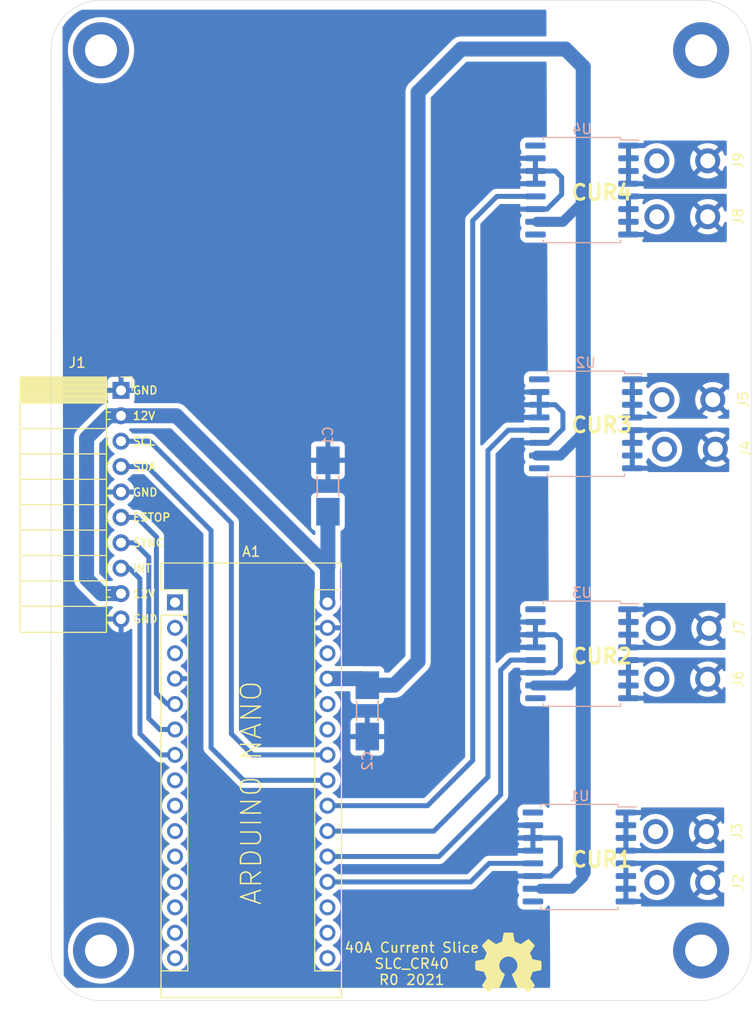
<source format=kicad_pcb>
(kicad_pcb (version 20211014) (generator pcbnew)
  (layers (0 "F.Cu" signal) (31 "B.Cu" signal) (34 "B.Paste" user) (35 "F.Paste" user) (36 "B.SilkS" user "B.Silkscreen") (37 "F.SilkS" user "F.Silkscreen") (38 "B.Mask" user) (39 "F.Mask" user) (44 "Edge.Cuts" user))
  (net 0 "")
  (net 1 "Net-(A1-Pad16)")
  (net 2 "Net-(A1-Pad15)")
  (net 3 "Net-(A1-Pad14)")
  (net 4 "GND")
  (net 5 "Net-(A1-Pad13)")
  (net 6 "Net-(A1-Pad28)")
  (net 7 "Net-(A1-Pad12)")
  (net 8 "+5V")
  (net 9 "Net-(A1-Pad11)")
  (net 10 "Net-(A1-Pad26)")
  (net 11 "Net-(A1-Pad10)")
  (net 12 "Net-(A1-Pad25)")
  (net 13 "Net-(A1-Pad9)")
  (net 14 "/I2C_CLK")
  (net 15 "Net-(A1-Pad8)")
  (net 16 "/I2C_DAT")
  (net 17 "/SYNC")
  (net 18 "/E_STOP")
  (net 19 "Net-(A1-Pad3)")
  (net 20 "Net-(A1-Pad18)")
  (net 21 "Net-(A1-Pad2)")
  (net 22 "Net-(A1-Pad17)")
  (net 23 "Net-(A1-Pad1)")
  (net 24 "+12V")
  (net 25 "/INT")
  (net 26 "/CURR1")
  (net 27 "/CURR2")
  (net 28 "/CURR3")
  (net 29 "/CURR4")
  (net 30 "Net-(J2-Pad1)")
  (net 31 "Net-(J3-Pad1)")
  (net 32 "Net-(J4-Pad1)")
  (net 33 "Net-(J5-Pad1)")
  (net 34 "Net-(U1-Pad16)")
  (net 35 "Net-(U1-Pad9)")
  (net 36 "Net-(U2-Pad16)")
  (net 37 "Net-(U2-Pad9)")
  (net 38 "Net-(U3-Pad16)")
  (net 39 "Net-(U3-Pad9)")
  (net 40 "Net-(U4-Pad16)")
  (net 41 "Net-(U4-Pad9)")
  (net 42 "Net-(J6-Pad1)")
  (net 43 "Net-(J7-Pad1)")
  (net 44 "Net-(J8-Pad1)")
  (net 45 "Net-(J9-Pad1)")
  (footprint "MountingHole:MountingHole_3.2mm_M3_DIN965_Pad" (layer "F.Cu") (at 127.6 44.8)
    (fp_text reference "H1" hide)
    (fp_text value "MountingHole")
    (pad "1" thru_hole circle locked (at 0 0) (size 5.6 5.6) (drill 3.2) (layers *.Cu *.Mask))
  )
  (footprint "MountingHole:MountingHole_3.2mm_M3_DIN965_Pad" (layer "F.Cu") (at 187.6 44.8)
    (fp_text reference "H2" hide)
    (fp_text value "MountingHole")
    (pad "1" thru_hole circle locked (at 0 0) (size 5.6 5.6) (drill 3.2) (layers *.Cu *.Mask))
  )
  (footprint "MountingHole:MountingHole_3.2mm_M3_DIN965_Pad" (layer "F.Cu") (at 127.6 134.8)
    (fp_text reference "H3" hide)
    (fp_text value "MountingHole")
    (pad "1" thru_hole circle locked (at 0 0) (size 5.6 5.6) (drill 3.2) (layers *.Cu *.Mask))
  )
  (footprint "MountingHole:MountingHole_3.2mm_M3_DIN965_Pad" (layer "F.Cu") (at 187.6 134.8)
    (fp_text reference "H4" hide)
    (fp_text value "MountingHole")
    (pad "1" thru_hole circle locked (at 0 0) (size 5.6 5.6) (drill 3.2) (layers *.Cu *.Mask))
  )
  (footprint "Module:Arduino_Nano" (layer "F.Cu") (at 135 100)
    (fp_text reference "A1" (at 7.62 -5.08) (layer "F.SilkS"))
    (fp_text value "Arduino_Nano_v3.x")
    (fp_line (start -1.4 1.27) (end -1.4 39.5) (layer "F.SilkS") (width 0.12))
    (fp_line (start 1.27 1.27) (end -1.4 1.27) (layer "F.SilkS") (width 0.12))
    (fp_line (start 13.97 -1.27) (end 16.64 -1.27) (layer "F.SilkS") (width 0.12))
    (fp_line (start 1.27 36.83) (end -1.4 36.83) (layer "F.SilkS") (width 0.12))
    (fp_line (start 1.27 1.27) (end 1.27 36.83) (layer "F.SilkS") (width 0.12))
    (fp_line (start -1.4 39.5) (end 16.64 39.5) (layer "F.SilkS") (width 0.12))
    (fp_line (start 16.64 39.5) (end 16.64 -3.94) (layer "F.SilkS") (width 0.12))
    (fp_line (start -1.4 -3.94) (end -1.4 -1.27) (layer "F.SilkS") (width 0.12))
    (fp_line (start 1.27 -1.27) (end -1.4 -1.27) (layer "F.SilkS") (width 0.12))
    (fp_line (start 16.64 -3.94) (end -1.4 -3.94) (layer "F.SilkS") (width 0.12))
    (fp_line (start 1.27 1.27) (end 1.27 -1.27) (layer "F.SilkS") (width 0.12))
    (fp_line (start 13.97 -1.27) (end 13.97 36.83) (layer "F.SilkS") (width 0.12))
    (fp_line (start 13.97 36.83) (end 16.64 36.83) (layer "F.SilkS") (width 0.12))
    (pad "1" thru_hole rect locked (at 0 0) (size 1.6 1.6) (drill 1) (layers *.Cu *.Mask) (net 23 "Net-(A1-Pad1)"))
    (pad "2" thru_hole oval locked (at 0 2.54) (size 1.6 1.6) (drill 1) (layers *.Cu *.Mask) (net 21 "Net-(A1-Pad2)"))
    (pad "3" thru_hole oval locked (at 0 5.08) (size 1.6 1.6) (drill 1) (layers *.Cu *.Mask) (net 19 "Net-(A1-Pad3)"))
    (pad "4" thru_hole oval locked (at 0 7.62) (size 1.6 1.6) (drill 1) (layers *.Cu *.Mask) (net 4 "GND"))
    (pad "5" thru_hole oval locked (at 0 10.16) (size 1.6 1.6) (drill 1) (layers *.Cu *.Mask) (net 18 "/E_STOP"))
    (pad "6" thru_hole oval locked (at 0 12.7) (size 1.6 1.6) (drill 1) (layers *.Cu *.Mask) (net 25 "/INT"))
    (pad "7" thru_hole oval locked (at 0 15.24) (size 1.6 1.6) (drill 1) (layers *.Cu *.Mask) (net 17 "/SYNC"))
    (pad "8" thru_hole oval locked (at 0 17.78) (size 1.6 1.6) (drill 1) (layers *.Cu *.Mask) (net 15 "Net-(A1-Pad8)"))
    (pad "9" thru_hole oval locked (at 0 20.32) (size 1.6 1.6) (drill 1) (layers *.Cu *.Mask) (net 13 "Net-(A1-Pad9)"))
    (pad "10" thru_hole oval locked (at 0 22.86) (size 1.6 1.6) (drill 1) (layers *.Cu *.Mask) (net 11 "Net-(A1-Pad10)"))
    (pad "11" thru_hole oval locked (at 0 25.4) (size 1.6 1.6) (drill 1) (layers *.Cu *.Mask) (net 9 "Net-(A1-Pad11)"))
    (pad "12" thru_hole oval locked (at 0 27.94) (size 1.6 1.6) (drill 1) (layers *.Cu *.Mask) (net 7 "Net-(A1-Pad12)"))
    (pad "13" thru_hole oval locked (at 0 30.48) (size 1.6 1.6) (drill 1) (layers *.Cu *.Mask) (net 5 "Net-(A1-Pad13)"))
    (pad "14" thru_hole oval locked (at 0 33.02) (size 1.6 1.6) (drill 1) (layers *.Cu *.Mask) (net 3 "Net-(A1-Pad14)"))
    (pad "15" thru_hole oval locked (at 0 35.56) (size 1.6 1.6) (drill 1) (layers *.Cu *.Mask) (net 2 "Net-(A1-Pad15)"))
    (pad "16" thru_hole oval locked (at 15.24 35.56) (size 1.6 1.6) (drill 1) (layers *.Cu *.Mask) (net 1 "Net-(A1-Pad16)"))
    (pad "17" thru_hole oval locked (at 15.24 33.02) (size 1.6 1.6) (drill 1) (layers *.Cu *.Mask) (net 22 "Net-(A1-Pad17)"))
    (pad "18" thru_hole oval locked (at 15.24 30.48) (size 1.6 1.6) (drill 1) (layers *.Cu *.Mask) (net 20 "Net-(A1-Pad18)"))
    (pad "19" thru_hole oval locked (at 15.24 27.94) (size 1.6 1.6) (drill 1) (layers *.Cu *.Mask) (net 26 "/CURR1"))
    (pad "20" thru_hole oval locked (at 15.24 25.4) (size 1.6 1.6) (drill 1) (layers *.Cu *.Mask) (net 27 "/CURR2"))
    (pad "21" thru_hole oval locked (at 15.24 22.86) (size 1.6 1.6) (drill 1) (layers *.Cu *.Mask) (net 28 "/CURR3"))
    (pad "22" thru_hole oval locked (at 15.24 20.32) (size 1.6 1.6) (drill 1) (layers *.Cu *.Mask) (net 29 "/CURR4"))
    (pad "23" thru_hole oval locked (at 15.24 17.78) (size 1.6 1.6) (drill 1) (layers *.Cu *.Mask) (net 16 "/I2C_DAT"))
    (pad "24" thru_hole oval locked (at 15.24 15.24) (size 1.6 1.6) (drill 1) (layers *.Cu *.Mask) (net 14 "/I2C_CLK"))
    (pad "25" thru_hole oval locked (at 15.24 12.7) (size 1.6 1.6) (drill 1) (layers *.Cu *.Mask) (net 12 "Net-(A1-Pad25)"))
    (pad "26" thru_hole oval locked (at 15.24 10.16) (size 1.6 1.6) (drill 1) (layers *.Cu *.Mask) (net 10 "Net-(A1-Pad26)"))
    (pad "27" thru_hole oval locked (at 15.24 7.62) (size 1.6 1.6) (drill 1) (layers *.Cu *.Mask) (net 8 "+5V"))
    (pad "28" thru_hole oval locked (at 15.24 5.08) (size 1.6 1.6) (drill 1) (layers *.Cu *.Mask) (net 6 "Net-(A1-Pad28)"))
    (pad "29" thru_hole oval locked (at 15.24 2.54) (size 1.6 1.6) (drill 1) (layers *.Cu *.Mask) (net 4 "GND"))
    (pad "30" thru_hole oval locked (at 15.24 0) (size 1.6 1.6) (drill 1) (layers *.Cu *.Mask) (net 24 "+12V"))
  )
  (footprint "Connector_PinSocket_2.54mm:PinSocket_1x10_P2.54mm_Horizontal" (layer "F.Cu") (at 129.6 78.8)
    (fp_text reference "J1" (at -4.38 -2.77) (layer "F.SilkS"))
    (fp_text value "Conn_01x10_Female")
    (fp_line (start -1.46 0.36) (end -1.11 0.36) (layer "F.SilkS") (width 0.12))
    (fp_line (start -10.09 -0.147145) (end -1.46 -0.147145) (layer "F.SilkS") (width 0.12))
    (fp_line (start -1.46 17.42) (end -1.05 17.42) (layer "F.SilkS") (width 0.12))
    (fp_line (start -10.09 -1.21) (end -1.46 -1.21) (layer "F.SilkS") (width 0.12))
    (fp_line (start -10.09 11.43) (end -1.46 11.43) (layer "F.SilkS") (width 0.12))
    (fp_line (start 0 -1.33) (end 1.11 -1.33) (layer "F.SilkS") (width 0.12))
    (fp_line (start -10.09 21.59) (end -1.46 21.59) (layer "F.SilkS") (width 0.12))
    (fp_line (start -10.09 0.20714) (end -1.46 0.20714) (layer "F.SilkS") (width 0.12))
    (fp_line (start -1.46 15.6) (end -1.05 15.6) (layer "F.SilkS") (width 0.12))
    (fp_line (start -10.09 -1.33) (end -1.46 -1.33) (layer "F.SilkS") (width 0.12))
    (fp_line (start -10.09 1.1519) (end -1.46 1.1519) (layer "F.SilkS") (width 0.12))
    (fp_line (start -1.46 2.9) (end -1.05 2.9) (layer "F.SilkS") (width 0.12))
    (fp_line (start -10.09 24.19) (end -1.46 24.19) (layer "F.SilkS") (width 0.12))
    (fp_line (start -1.46 18.14) (end -1.05 18.14) (layer "F.SilkS") (width 0.12))
    (fp_line (start -1.46 14.88) (end -1.05 14.88) (layer "F.SilkS") (width 0.12))
    (fp_line (start -10.09 19.05) (end -1.46 19.05) (layer "F.SilkS") (width 0.12))
    (fp_line (start -10.09 8.89) (end -1.46 8.89) (layer "F.SilkS") (width 0.12))
    (fp_line (start -10.09 16.51) (end -1.46 16.51) (layer "F.SilkS") (width 0.12))
    (fp_line (start -10.09 1.27) (end -1.46 1.27) (layer "F.SilkS") (width 0.12))
    (fp_line (start -1.46 22.5) (end -1.05 22.5) (layer "F.SilkS") (width 0.12))
    (fp_line (start -10.09 -1.091905) (end -1.46 -1.091905) (layer "F.SilkS") (width 0.12))
    (fp_line (start -10.09 0.67952) (end -1.46 0.67952) (layer "F.SilkS") (width 0.12))
    (fp_line (start -10.09 -1.33) (end -10.09 24.19) (layer "F.SilkS") (width 0.12))
    (fp_line (start -1.46 19.96) (end -1.05 19.96) (layer "F.SilkS") (width 0.12))
    (fp_line (start -10.09 0.325235) (end -1.46 0.325235) (layer "F.SilkS") (width 0.12))
    (fp_line (start -10.09 -0.619525) (end -1.46 -0.619525) (layer "F.SilkS") (width 0.12))
    (fp_line (start 1.11 -1.33) (end 1.11 0) (layer "F.SilkS") (width 0.12))
    (fp_line (start -10.09 0.91571) (end -1.46 0.91571) (layer "F.SilkS") (width 0.12))
    (fp_line (start -10.09 0.797615) (end -1.46 0.797615) (layer "F.SilkS") (width 0.12))
    (fp_line (start -1.46 4.72) (end -1.05 4.72) (layer "F.SilkS") (width 0.12))
    (fp_line (start -1.46 12.34) (end -1.05 12.34) (layer "F.SilkS") (width 0.12))
    (fp_line (start -1.46 2.18) (end -1.05 2.18) (layer "F.SilkS") (width 0.12))
    (fp_line (start -1.46 23.22) (end -1.05 23.22) (layer "F.SilkS") (width 0.12))
    (fp_line (start -10.09 -0.383335) (end -1.46 -0.383335) (layer "F.SilkS") (width 0.12))
    (fp_line (start -1.46 13.06) (end -1.05 13.06) (layer "F.SilkS") (width 0.12))
    (fp_line (start -10.09 0.089045) (end -1.46 0.089045) (layer "F.SilkS") (width 0.12))
    (fp_line (start -10.09 6.35) (end -1.46 6.35) (layer "F.SilkS") (width 0.12))
    (fp_line (start -10.09 -0.97381) (end -1.46 -0.97381) (layer "F.SilkS") (width 0.12))
    (fp_line (start -10.09 -0.02905) (end -1.46 -0.02905) (layer "F.SilkS") (width 0.12))
    (fp_line (start -1.46 10.52) (end -1.05 10.52) (layer "F.SilkS") (width 0.12))
    (fp_line (start -10.09 -0.50143) (end -1.46 -0.50143) (layer "F.SilkS") (width 0.12))
    (fp_line (start -10.09 0.44333) (end -1.46 0.44333) (layer "F.SilkS") (width 0.12))
    (fp_line (start -1.46 -1.33) (end -1.46 24.19) (layer "F.SilkS") (width 0.12))
    (fp_line (start -1.46 7.26) (end -1.05 7.26) (layer "F.SilkS") (width 0.12))
    (fp_line (start -1.46 5.44) (end -1.05 5.44) (layer "F.SilkS") (width 0.12))
    (fp_line (start -10.09 13.97) (end -1.46 13.97) (layer "F.SilkS") (width 0.12))
    (fp_line (start -1.46 -0.36) (end -1.11 -0.36) (layer "F.SilkS") (width 0.12))
    (fp_line (start -1.46 20.68) (end -1.05 20.68) (layer "F.SilkS") (width 0.12))
    (fp_line (start -10.09 -0.26524) (end -1.46 -0.26524) (layer "F.SilkS") (width 0.12))
    (fp_line (start -10.09 3.81) (end -1.46 3.81) (layer "F.SilkS") (width 0.12))
    (fp_line (start -10.09 -0.73762) (end -1.46 -0.73762) (layer "F.SilkS") (width 0.12))
    (fp_line (start -10.09 0.561425) (end -1.46 0.561425) (layer "F.SilkS") (width 0.12))
    (fp_line (start -10.09 1.033805) (end -1.46 1.033805) (layer "F.SilkS") (width 0.12))
    (fp_line (start -1.46 9.8) (end -1.05 9.8) (layer "F.SilkS") (width 0.12))
    (fp_line (start -1.46 7.98) (end -1.05 7.98) (layer "F.SilkS") (width 0.12))
    (fp_line (start -10.09 -0.855715) (end -1.46 -0.855715) (layer "F.SilkS") (width 0.12))
    (pad "1" thru_hole rect locked (at 0 0) (size 1.7 1.7) (drill 1) (layers *.Cu *.Mask) (net 4 "GND"))
    (pad "2" thru_hole oval locked (at 0 2.54) (size 1.7 1.7) (drill 1) (layers *.Cu *.Mask) (net 24 "+12V"))
    (pad "3" thru_hole oval locked (at 0 5.08) (size 1.7 1.7) (drill 1) (layers *.Cu *.Mask) (net 14 "/I2C_CLK"))
    (pad "4" thru_hole oval locked (at 0 7.62) (size 1.7 1.7) (drill 1) (layers *.Cu *.Mask) (net 16 "/I2C_DAT"))
    (pad "5" thru_hole oval locked (at 0 10.16) (size 1.7 1.7) (drill 1) (layers *.Cu *.Mask) (net 4 "GND"))
    (pad "6" thru_hole oval locked (at 0 12.7) (size 1.7 1.7) (drill 1) (layers *.Cu *.Mask) (net 18 "/E_STOP"))
    (pad "7" thru_hole oval locked (at 0 15.24) (size 1.7 1.7) (drill 1) (layers *.Cu *.Mask) (net 25 "/INT"))
    (pad "8" thru_hole oval locked (at 0 17.78) (size 1.7 1.7) (drill 1) (layers *.Cu *.Mask) (net 17 "/SYNC"))
    (pad "9" thru_hole oval locked (at 0 20.32) (size 1.7 1.7) (drill 1) (layers *.Cu *.Mask) (net 24 "+12V"))
    (pad "10" thru_hole oval locked (at 0 22.86) (size 1.7 1.7) (drill 1) (layers *.Cu *.Mask) (net 4 "GND"))
  )
  (footprint "Symbol:OSHW-Symbol_6.7x6mm_SilkScreen" (layer "F.Cu") (at 168.32 135.99)
    (fp_text reference "Logo1" hide)
    (fp_text value "Logo_Open_Hardware_Small" hide)
    (fp_poly (pts (xy 0.555814 -2.531069) (xy 0.639635 -2.086445) (xy 0.94892 -1.958947) (xy 1.258206 -1.831449) (xy 1.629246 -2.083754) (xy 1.733157 -2.154004) (xy 1.827087 -2.216728) (xy 1.906652 -2.269062) (xy 1.96747 -2.308143) (xy 2.005157 -2.331107) (xy 2.015421 -2.336058) (xy 2.03391 -2.323324) (xy 2.07342 -2.288118) (xy 2.129522 -2.234938) (xy 2.197787 -2.168282) (xy 2.273786 -2.092646) (xy 2.353092 -2.012528) (xy 2.431275 -1.932426) (xy 2.503907 -1.856836) (xy 2.566559 -1.790255) (xy 2.614803 -1.737182) (xy 2.64421 -1.702113) (xy 2.651241 -1.690377) (xy 2.641123 -1.66874) (xy 2.612759 -1.621338) (xy 2.569129 -1.552807) (xy 2.513218 -1.467785) (xy 2.448006 -1.370907) (xy 2.410219 -1.31565) (xy 2.341343 -1.214752) (xy 2.28014 -1.123701) (xy 2.229578 -1.04703) (xy 2.192628 -0.989272) (xy 2.172258 -0.954957) (xy 2.169197 -0.947746) (xy 2.176136 -0.927252) (xy 2.195051 -0.879487) (xy 2.223087 -0.811168) (xy 2.257391 -0.729011) (xy 2.295109 -0.63973) (xy 2.333387 -0.550042) (xy 2.36937 -0.466662) (xy 2.400206 -0.396306) (xy 2.423039 -0.34569) (xy 2.435017 -0.321529) (xy 2.435724 -0.320578) (xy 2.454531 -0.315964) (xy 2.504618 -0.305672) (xy 2.580793 -0.290713) (xy 2.677865 -0.272099) (xy 2.790643 -0.250841) (xy 2.856442 -0.238582) (xy 2.97695 -0.215638) (xy 3.085797 -0.193805) (xy 3.177476 -0.174278) (xy 3.246481 -0.158252) (xy 3.287304 -0.146921) (xy 3.295511 -0.143326) (xy 3.303548 -0.118994) (xy 3.310033 -0.064041) (xy 3.31497 0.015108) (xy 3.318364 0.112026) (xy 3.320218 0.220287) (xy 3.320538 0.333465) (xy 3.319327 0.445135) (xy 3.31659 0.548868) (xy 3.312331 0.638241) (xy 3.306555 0.706826) (xy 3.299267 0.748197) (xy 3.294895 0.75681) (xy 3.268764 0.767133) (xy 3.213393 0.781892) (xy 3.136107 0.799352) (xy 3.04423 0.81778) (xy 3.012158 0.823741) (xy 2.857524 0.852066) (xy 2.735375 0.874876) (xy 2.641673 0.89308) (xy 2.572384 0.907583) (xy 2.523471 0.919292) (xy 2.490897 0.929115) (xy 2.470628 0.937956) (xy 2.458626 0.946724) (xy 2.456947 0.948457) (xy 2.440184 0.976371) (xy 2.414614 1.030695) (xy 2.382788 1.104777) (xy 2.34726 1.191965) (xy 2.310583 1.285608) (xy 2.275311 1.379052) (xy 2.243996 1.465647) (xy 2.219193 1.53874) (xy 2.203454 1.591678) (xy 2.199332 1.617811) (xy 2.199676 1.618726) (xy 2.213641 1.640086) (xy 2.245322 1.687084) (xy 2.291391 1.754827) (xy 2.348518 1.838423) (xy 2.413373 1.932982) (xy 2.431843 1.959854) (xy 2.497699 2.057275) (xy 2.55565 2.146163) (xy 2.602538 2.221412) (xy 2.635207 2.27792) (xy 2.6505 2.310581) (xy 2.651241 2.314593) (xy 2.638392 2.335684) (xy 2.602888 2.377464) (xy 2.549293 2.435445) (xy 2.482171 2.505135) (xy 2.406087 2.582045) (xy 2.325604 2.661683) (xy 2.245287 2.739561) (xy 2.169699 2.811186) (xy 2.103405 2.87207) (xy 2.050969 2.917721) (xy 2.016955 2.94365) (xy 2.007545 2.947883) (xy 1.985643 2.937912) (xy 1.9408 2.91102) (xy 1.880321 2.871736) (xy 1.833789 2.840117) (xy 1.749475 2.782098) (xy 1.649626 2.713784) (xy 1.549473 2.645579) (xy 1.495627 2.609075) (xy 1.313371 2.4858) (xy 1.160381 2.56852) (xy 1.090682 2.604759) (xy 1.031414 2.632926) (xy 0.991311 2.648991) (xy 0.981103 2.651226) (xy 0.968829 2.634722) (xy 0.944613 2.588082) (xy 0.910263 2.515609) (xy 0.867588 2.421606) (xy 0.818394 2.310374) (xy 0.76449 2.186215) (xy 0.707684 2.053432) (xy 0.649782 1.916327) (xy 0.592593 1.779202) (xy 0.537924 1.646358) (xy 0.487584 1.522098) (xy 0.44338 1.410725) (xy 0.407119 1.316539) (xy 0.380609 1.243844) (xy 0.365658 1.196941) (xy 0.363254 1.180833) (xy 0.382311 1.160286) (xy 0.424036 1.126933) (xy 0.479706 1.087702) (xy 0.484378 1.084599) (xy 0.628264 0.969423) (xy 0.744283 0.835053) (xy 0.83143 0.685784) (xy 0.888699 0.525913) (xy 0.915086 0.359737) (xy 0.909585 0.191552) (xy 0.87119 0.025655) (xy 0.798895 -0.133658) (xy 0.777626 -0.168513) (xy 0.666996 -0.309263) (xy 0.536302 -0.422286) (xy 0.390064 -0.506997) (xy 0.232808 -0.562806) (xy 0.069057 -0.589126) (xy -0.096667 -0.58537) (xy -0.259838 -0.55095) (xy -0.415935 -0.485277) (xy -0.560433 -0.387765) (xy -0.605131 -0.348187) (xy -0.718888 -0.224297) (xy -0.801782 -0.093876) (xy -0.858644 0.052315) (xy -0.890313 0.197088) (xy -0.898131 0.35986) (xy -0.872062 0.52344) (xy -0.814755 0.682298) (xy -0.728856 0.830906) (xy -0.617014 0.963735) (xy -0.481877 1.075256) (xy -0.464117 1.087011) (xy -0.40785 1.125508) (xy -0.365077 1.158863) (xy -0.344628 1.18016) (xy -0.344331 1.180833) (xy -0.348721 1.203871) (xy -0.366124 1.256157) (xy -0.394732 1.33339) (xy -0.432735 1.431268) (xy -0.478326 1.545491) (xy -0.529697 1.671758) (xy -0.585038 1.805767) (xy -0.642542 1.943218) (xy -0.700399 2.079808) (xy -0.756802 2.211237) (xy -0.809942 2.333205) (xy -0.85801 2.441409) (xy -0.899199 2.531549) (xy -0.931699 2.599323) (xy -0.953703 2.64043) (xy -0.962564 2.651226) (xy -0.98964 2.642819) (xy -1.040303 2.620272) (xy -1.105817 2.587613) (xy -1.141841 2.56852) (xy -1.294832 2.4858) (xy -1.477088 2.609075) (xy -1.570125 2.672228) (xy -1.671985 2.741727) (xy -1.767438 2.807165) (xy -1.81525 2.840117) (xy -1.882495 2.885273) (xy -1.939436 2.921057) (xy -1.978646 2.942938) (xy -1.991381 2.947563) (xy -2.009917 2.935085) (xy -2.050941 2.900252) (xy -2.110475 2.846678) (xy -2.184542 2.777983) (xy -2.269165 2.697781) (xy -2.322685 2.646286) (xy -2.416319 2.554286) (xy -2.497241 2.471999) (xy -2.562177 2.402945) (xy -2.607858 2.350644) (xy -2.631011 2.318616) (xy -2.633232 2.312116) (xy -2.622924 2.287394) (xy -2.594439 2.237405) (xy -2.550937 2.167212) (xy -2.495577 2.081875) (xy -2.43152 1.986456) (xy -2.413303 1.959854) (xy -2.346927 1.863167) (xy -2.287378 1.776117) (xy -2.237984 1.703595) (xy -2.202075 1.650493) (xy -2.182981 1.621703) (xy -2.181136 1.618726) (xy -2.183895 1.595782) (xy -2.198538 1.545336) (xy -2.222513 1.474041) (xy -2.253266 1.388547) (xy -2.288244 1.295507) (xy -2.324893 1.201574) (xy -2.360661 1.113399) (xy -2.392994 1.037634) (xy -2.419338 0.980931) (xy -2.437142 0.949943) (xy -2.438407 0.948457) (xy -2.449294 0.939601) (xy -2.467682 0.930843) (xy -2.497606 0.921277) (xy -2.543103 0.909996) (xy -2.608209 0.896093) (xy -2.696961 0.878663) (xy -2.813393 0.856798) (xy -2.961542 0.829591) (xy -2.993618 0.823741) (xy -3.088686 0.805374) (xy -3.171565 0.787405) (xy -3.23493 0.771569) (xy -3.271458 0.7596) (xy -3.276356 0.75681) (xy -3.284427 0.732072) (xy -3.290987 0.67679) (xy -3.296033 0.597389) (xy -3.299559 0.500296) (xy -3.301561 0.391938) (xy -3.302036 0.27874) (xy -3.300977 0.167128) (xy -3.298382 0.063529) (xy -3.294246 -0.025632) (xy -3.288563 -0.093928) (xy -3.281331 -0.134934) (xy -3.276971 -0.143326) (xy -3.252698 -0.151792) (xy -3.197426 -0.165565) (xy -3.116662 -0.18345) (xy -3.015912 -0.204252) (xy -2.900683 -0.226777) (xy -2.837902 -0.238582) (xy -2.718787 -0.260849) (xy -2.612565 -0.281021) (xy -2.524427 -0.298085) (xy -2.459566 -0.311031) (xy -2.423174 -0.318845) (xy -2.417184 -0.320578) (xy -2.407061 -0.34011) (xy -2.385662 -0.387157) (xy -2.355839 -0.454997) (xy -2.320445 -0.536909) (xy -2.282332 -0.626172) (xy -2.244353 -0.716065) (xy -2.20936 -0.799865) (xy -2.180206 -0.870853) (xy -2.159743 -0.922306) (xy -2.150823 -0.947503) (xy -2.150657 -0.948604) (xy -2.160769 -0.968481) (xy -2.189117 -1.014223) (xy -2.232723 -1.081283) (xy -2.288606 -1.165116) (xy -2.353787 -1.261174) (xy -2.391679 -1.31635) (xy -2.460725 -1.417519) (xy -2.52205 -1.50937) (xy -2.572663 -1.587256) (xy -2.609571 -1.646531) (xy -2.629782 -1.682549) (xy -2.632701 -1.690623) (xy -2.620153 -1.709416) (xy -2.585463 -1.749543) (xy -2.533063 -1.806507) (xy -2.467384 -1.875815) (xy -2.392856 -1.952969) (xy -2.313913 -2.033475) (xy -2.234983 -2.112837) (xy -2.1605 -2.18656) (xy -2.094894 -2.250148) (xy -2.042596 -2.299106) (xy -2.008039 -2.328939) (xy -1.996478 -2.336058) (xy -1.977654 -2.326047) (xy -1.932631 -2.297922) (xy -1.865787 -2.254546) (xy -1.781499 -2.198782) (xy -1.684144 -2.133494) (xy -1.610707 -2.083754) (xy -1.239667 -1.831449) (xy -0.621095 -2.086445) (xy -0.537275 -2.531069) (xy -0.453454 -2.975693) (xy 0.471994 -2.975693) (xy 0.555814 -2.531069)) (layer "F.SilkS") (width 0.01) (fill solid))
  )
  (footprint "Custom:Blade_Connector" (layer "F.Cu") (at 190.799 127.989 90)
    (fp_text reference "J2" (at 0 0.5 90) (layer "F.SilkS"))
    (fp_text value "Conn_01x01_Male")
    (pad "1" thru_hole circle locked (at 0 -2.54 90) (size 2.5 2.5) (drill 1.5) (layers *.Cu *.Mask) (net 30 "Net-(J2-Pad1)"))
    (pad "2" thru_hole circle locked (at 0 -7.62 90) (size 2.5 2.5) (drill 1.5) (layers *.Cu *.Mask))
  )
  (footprint "Custom:Blade_Connector" (layer "F.Cu") (at 190.672 122.909 90)
    (fp_text reference "J3" (at 0 0.5 90) (layer "F.SilkS"))
    (fp_text value "Conn_01x01_Male")
    (pad "1" thru_hole circle locked (at 0 -2.54 90) (size 2.5 2.5) (drill 1.5) (layers *.Cu *.Mask) (net 31 "Net-(J3-Pad1)"))
    (pad "2" thru_hole circle locked (at 0 -7.62 90) (size 2.5 2.5) (drill 1.5) (layers *.Cu *.Mask))
  )
  (footprint "Custom:Blade_Connector" (layer "F.Cu") (at 191.561 84.682 90)
    (fp_text reference "J4" (at 0 0.5 90) (layer "F.SilkS"))
    (fp_text value "Conn_01x01_Male")
    (pad "1" thru_hole circle locked (at 0 -2.54 90) (size 2.5 2.5) (drill 1.5) (layers *.Cu *.Mask) (net 32 "Net-(J4-Pad1)"))
    (pad "2" thru_hole circle locked (at 0 -7.62 90) (size 2.5 2.5) (drill 1.5) (layers *.Cu *.Mask))
  )
  (footprint "Custom:Blade_Connector" (layer "F.Cu") (at 191.307 79.729 90)
    (fp_text reference "J5" (at 0 0.5 90) (layer "F.SilkS"))
    (fp_text value "Conn_01x01_Male")
    (pad "1" thru_hole circle locked (at 0 -2.54 90) (size 2.5 2.5) (drill 1.5) (layers *.Cu *.Mask) (net 33 "Net-(J5-Pad1)"))
    (pad "2" thru_hole circle locked (at 0 -7.62 90) (size 2.5 2.5) (drill 1.5) (layers *.Cu *.Mask))
  )
  (footprint "Custom:Blade_Connector" (layer "F.Cu") (at 190.799 107.669 90)
    (fp_text reference "J6" (at 0 0.5 90) (layer "F.SilkS"))
    (fp_text value "Conn_01x01_Male")
    (pad "1" thru_hole circle locked (at 0 -2.54 90) (size 2.5 2.5) (drill 1.5) (layers *.Cu *.Mask) (net 42 "Net-(J6-Pad1)"))
    (pad "2" thru_hole circle locked (at 0 -7.62 90) (size 2.5 2.5) (drill 1.5) (layers *.Cu *.Mask))
  )
  (footprint "Custom:Blade_Connector" (layer "F.Cu") (at 190.926 102.589 90)
    (fp_text reference "J7" (at 0 0.5 90) (layer "F.SilkS"))
    (fp_text value "Conn_01x01_Male")
    (pad "1" thru_hole circle locked (at 0 -2.54 90) (size 2.5 2.5) (drill 1.5) (layers *.Cu *.Mask) (net 43 "Net-(J7-Pad1)"))
    (pad "2" thru_hole circle locked (at 0 -7.62 90) (size 2.5 2.5) (drill 1.5) (layers *.Cu *.Mask))
  )
  (footprint "Custom:Blade_Connector" (layer "F.Cu") (at 190.799 61.441 90)
    (fp_text reference "J8" (at 0 0.5 90) (layer "F.SilkS"))
    (fp_text value "Conn_01x01_Male")
    (pad "1" thru_hole circle locked (at 0 -2.54 90) (size 2.5 2.5) (drill 1.5) (layers *.Cu *.Mask) (net 44 "Net-(J8-Pad1)"))
    (pad "2" thru_hole circle locked (at 0 -7.62 90) (size 2.5 2.5) (drill 1.5) (layers *.Cu *.Mask))
  )
  (footprint "Custom:Blade_Connector" (layer "F.Cu") (at 190.799 55.853 90)
    (fp_text reference "J9" (at 0 0.5 90) (layer "F.SilkS"))
    (fp_text value "Conn_01x01_Male")
    (pad "1" thru_hole circle locked (at 0 -2.54 90) (size 2.5 2.5) (drill 1.5) (layers *.Cu *.Mask) (net 45 "Net-(J9-Pad1)"))
    (pad "2" thru_hole circle locked (at 0 -7.62 90) (size 2.5 2.5) (drill 1.5) (layers *.Cu *.Mask))
  )
  (footprint "OCI_UPL_FOOTPRINTS:C_2312" (layer "B.Cu") (at 154.223 110.844 -90)
    (fp_text reference "C2" (at 5 0 90) (layer "B.SilkS") (effects (justify mirror)))
    (fp_text value "10uF_t")
    (fp_line (start 0.97 -1.07) (end -1.04 -1.07) (layer "B.SilkS") (width 0.15))
    (fp_line (start 1 1.07) (end -1.01 1.07) (layer "B.SilkS") (width 0.15))
    (pad "1" smd rect locked (at -2.57 0 270) (size 2.77 2.35) (layers "B.Cu" "B.Paste" "B.Mask") (net 8 "+5V"))
    (pad "2" smd rect locked (at 2.57 0 270) (size 2.77 2.35) (layers "B.Cu" "B.Paste" "B.Mask") (net 4 "GND"))
  )
  (footprint "OCI_UPL_FOOTPRINTS:C_2312" (layer "B.Cu") (at 150.286 88.365 90)
    (fp_text reference "C1" (at 5 0 90) (layer "B.SilkS") (effects (justify mirror)))
    (fp_text value "10uF_t")
    (fp_line (start 0.97 -1.07) (end -1.04 -1.07) (layer "B.SilkS") (width 0.15))
    (fp_line (start 1 1.07) (end -1.01 1.07) (layer "B.SilkS") (width 0.15))
    (pad "1" smd rect locked (at -2.57 0 90) (size 2.77 2.35) (layers "B.Cu" "B.Paste" "B.Mask") (net 24 "+12V"))
    (pad "2" smd rect locked (at 2.57 0 90) (size 2.77 2.35) (layers "B.Cu" "B.Paste" "B.Mask") (net 4 "GND"))
  )
  (footprint "Package_SO:SOIC-16W_7.5x10.3mm_P1.27mm" (layer "B.Cu") (at 175.432 125.449 180)
    (fp_text reference "U1" (at 0 6.1) (layer "B.SilkS") (effects (justify mirror)))
    (fp_text value "ACS723xMATR-40AB")
    (fp_line (start 3.86 -5.26) (end 3.86 -5.005) (layer "B.SilkS") (width 0.12))
    (fp_line (start 0 5.26) (end -3.86 5.26) (layer "B.SilkS") (width 0.12))
    (fp_line (start -3.86 -5.26) (end -3.86 -5.005) (layer "B.SilkS") (width 0.12))
    (fp_line (start -3.86 5.005) (end -5.675 5.005) (layer "B.SilkS") (width 0.12))
    (fp_line (start 0 -5.26) (end -3.86 -5.26) (layer "B.SilkS") (width 0.12))
    (fp_line (start 3.86 5.26) (end 3.86 5.005) (layer "B.SilkS") (width 0.12))
    (fp_line (start 0 -5.26) (end 3.86 -5.26) (layer "B.SilkS") (width 0.12))
    (fp_line (start 0 5.26) (end 3.86 5.26) (layer "B.SilkS") (width 0.12))
    (fp_line (start -3.86 5.26) (end -3.86 5.005) (layer "B.SilkS") (width 0.12))
    (pad "1" smd roundrect locked (at -4.65 4.445 180) (size 2.05 0.6) (layers "B.Cu" "B.Paste" "B.Mask") (net 31 "Net-(J3-Pad1)"))
    (pad "2" smd roundrect locked (at -4.65 3.175 180) (size 2.05 0.6) (layers "B.Cu" "B.Paste" "B.Mask") (net 31 "Net-(J3-Pad1)"))
    (pad "3" smd roundrect locked (at -4.65 1.905 180) (size 2.05 0.6) (layers "B.Cu" "B.Paste" "B.Mask") (net 31 "Net-(J3-Pad1)"))
    (pad "4" smd roundrect locked (at -4.65 0.635 180) (size 2.05 0.6) (layers "B.Cu" "B.Paste" "B.Mask") (net 31 "Net-(J3-Pad1)"))
    (pad "5" smd roundrect locked (at -4.65 -0.635 180) (size 2.05 0.6) (layers "B.Cu" "B.Paste" "B.Mask") (net 30 "Net-(J2-Pad1)"))
    (pad "6" smd roundrect locked (at -4.65 -1.905 180) (size 2.05 0.6) (layers "B.Cu" "B.Paste" "B.Mask") (net 30 "Net-(J2-Pad1)"))
    (pad "7" smd roundrect locked (at -4.65 -3.175 180) (size 2.05 0.6) (layers "B.Cu" "B.Paste" "B.Mask") (net 30 "Net-(J2-Pad1)"))
    (pad "8" smd roundrect locked (at -4.65 -4.445 180) (size 2.05 0.6) (layers "B.Cu" "B.Paste" "B.Mask") (net 30 "Net-(J2-Pad1)"))
    (pad "9" smd roundrect locked (at 4.65 -4.445 180) (size 2.05 0.6) (layers "B.Cu" "B.Paste" "B.Mask") (net 35 "Net-(U1-Pad9)"))
    (pad "10" smd roundrect locked (at 4.65 -3.175 180) (size 2.05 0.6) (layers "B.Cu" "B.Paste" "B.Mask") (net 8 "+5V"))
    (pad "11" smd roundrect locked (at 4.65 -1.905 180) (size 2.05 0.6) (layers "B.Cu" "B.Paste" "B.Mask") (net 4 "GND"))
    (pad "12" smd roundrect locked (at 4.65 -0.635 180) (size 2.05 0.6) (layers "B.Cu" "B.Paste" "B.Mask") (net 26 "/CURR1"))
    (pad "13" smd roundrect locked (at 4.65 0.635 180) (size 2.05 0.6) (layers "B.Cu" "B.Paste" "B.Mask") (net 4 "GND"))
    (pad "14" smd roundrect locked (at 4.65 1.905 180) (size 2.05 0.6) (layers "B.Cu" "B.Paste" "B.Mask") (net 4 "GND"))
    (pad "15" smd roundrect locked (at 4.65 3.175 180) (size 2.05 0.6) (layers "B.Cu" "B.Paste" "B.Mask") (net 4 "GND"))
    (pad "16" smd roundrect locked (at 4.65 4.445 180) (size 2.05 0.6) (layers "B.Cu" "B.Paste" "B.Mask") (net 34 "Net-(U1-Pad16)"))
  )
  (footprint "Package_SO:SOIC-16W_7.5x10.3mm_P1.27mm" (layer "B.Cu") (at 176.067 82.142 180)
    (fp_text reference "U2" (at 0 6.1) (layer "B.SilkS") (effects (justify mirror)))
    (fp_text value "ACS723xMATR-40AB")
    (fp_line (start -3.86 5.26) (end -3.86 5.005) (layer "B.SilkS") (width 0.12))
    (fp_line (start 3.86 5.26) (end 3.86 5.005) (layer "B.SilkS") (width 0.12))
    (fp_line (start 3.86 -5.26) (end 3.86 -5.005) (layer "B.SilkS") (width 0.12))
    (fp_line (start -3.86 -5.26) (end -3.86 -5.005) (layer "B.SilkS") (width 0.12))
    (fp_line (start 0 5.26) (end 3.86 5.26) (layer "B.SilkS") (width 0.12))
    (fp_line (start 0 5.26) (end -3.86 5.26) (layer "B.SilkS") (width 0.12))
    (fp_line (start -3.86 5.005) (end -5.675 5.005) (layer "B.SilkS") (width 0.12))
    (fp_line (start 0 -5.26) (end -3.86 -5.26) (layer "B.SilkS") (width 0.12))
    (fp_line (start 0 -5.26) (end 3.86 -5.26) (layer "B.SilkS") (width 0.12))
    (pad "1" smd roundrect locked (at -4.65 4.445 180) (size 2.05 0.6) (layers "B.Cu" "B.Paste" "B.Mask") (net 33 "Net-(J5-Pad1)"))
    (pad "2" smd roundrect locked (at -4.65 3.175 180) (size 2.05 0.6) (layers "B.Cu" "B.Paste" "B.Mask") (net 33 "Net-(J5-Pad1)"))
    (pad "3" smd roundrect locked (at -4.65 1.905 180) (size 2.05 0.6) (layers "B.Cu" "B.Paste" "B.Mask") (net 33 "Net-(J5-Pad1)"))
    (pad "4" smd roundrect locked (at -4.65 0.635 180) (size 2.05 0.6) (layers "B.Cu" "B.Paste" "B.Mask") (net 33 "Net-(J5-Pad1)"))
    (pad "5" smd roundrect locked (at -4.65 -0.635 180) (size 2.05 0.6) (layers "B.Cu" "B.Paste" "B.Mask") (net 32 "Net-(J4-Pad1)"))
    (pad "6" smd roundrect locked (at -4.65 -1.905 180) (size 2.05 0.6) (layers "B.Cu" "B.Paste" "B.Mask") (net 32 "Net-(J4-Pad1)"))
    (pad "7" smd roundrect locked (at -4.65 -3.175 180) (size 2.05 0.6) (layers "B.Cu" "B.Paste" "B.Mask") (net 32 "Net-(J4-Pad1)"))
    (pad "8" smd roundrect locked (at -4.65 -4.445 180) (size 2.05 0.6) (layers "B.Cu" "B.Paste" "B.Mask") (net 32 "Net-(J4-Pad1)"))
    (pad "9" smd roundrect locked (at 4.65 -4.445 180) (size 2.05 0.6) (layers "B.Cu" "B.Paste" "B.Mask") (net 37 "Net-(U2-Pad9)"))
    (pad "10" smd roundrect locked (at 4.65 -3.175 180) (size 2.05 0.6) (layers "B.Cu" "B.Paste" "B.Mask") (net 8 "+5V"))
    (pad "11" smd roundrect locked (at 4.65 -1.905 180) (size 2.05 0.6) (layers "B.Cu" "B.Paste" "B.Mask") (net 4 "GND"))
    (pad "12" smd roundrect locked (at 4.65 -0.635 180) (size 2.05 0.6) (layers "B.Cu" "B.Paste" "B.Mask") (net 28 "/CURR3"))
    (pad "13" smd roundrect locked (at 4.65 0.635 180) (size 2.05 0.6) (layers "B.Cu" "B.Paste" "B.Mask") (net 4 "GND"))
    (pad "14" smd roundrect locked (at 4.65 1.905 180) (size 2.05 0.6) (layers "B.Cu" "B.Paste" "B.Mask") (net 4 "GND"))
    (pad "15" smd roundrect locked (at 4.65 3.175 180) (size 2.05 0.6) (layers "B.Cu" "B.Paste" "B.Mask") (net 4 "GND"))
    (pad "16" smd roundrect locked (at 4.65 4.445 180) (size 2.05 0.6) (layers "B.Cu" "B.Paste" "B.Mask") (net 36 "Net-(U2-Pad16)"))
  )
  (footprint "Package_SO:SOIC-16W_7.5x10.3mm_P1.27mm" (layer "B.Cu") (at 175.686 105.129 180)
    (fp_text reference "U3" (at 0 6.1) (layer "B.SilkS") (effects (justify mirror)))
    (fp_text value "ACS723xMATR-40AB")
    (fp_line (start 3.86 -5.26) (end 3.86 -5.005) (layer "B.SilkS") (width 0.12))
    (fp_line (start 3.86 5.26) (end 3.86 5.005) (layer "B.SilkS") (width 0.12))
    (fp_line (start -3.86 5.005) (end -5.675 5.005) (layer "B.SilkS") (width 0.12))
    (fp_line (start 0 5.26) (end -3.86 5.26) (layer "B.SilkS") (width 0.12))
    (fp_line (start -3.86 5.26) (end -3.86 5.005) (layer "B.SilkS") (width 0.12))
    (fp_line (start 0 -5.26) (end -3.86 -5.26) (layer "B.SilkS") (width 0.12))
    (fp_line (start -3.86 -5.26) (end -3.86 -5.005) (layer "B.SilkS") (width 0.12))
    (fp_line (start 0 -5.26) (end 3.86 -5.26) (layer "B.SilkS") (width 0.12))
    (fp_line (start 0 5.26) (end 3.86 5.26) (layer "B.SilkS") (width 0.12))
    (pad "1" smd roundrect locked (at -4.65 4.445 180) (size 2.05 0.6) (layers "B.Cu" "B.Paste" "B.Mask") (net 43 "Net-(J7-Pad1)"))
    (pad "2" smd roundrect locked (at -4.65 3.175 180) (size 2.05 0.6) (layers "B.Cu" "B.Paste" "B.Mask") (net 43 "Net-(J7-Pad1)"))
    (pad "3" smd roundrect locked (at -4.65 1.905 180) (size 2.05 0.6) (layers "B.Cu" "B.Paste" "B.Mask") (net 43 "Net-(J7-Pad1)"))
    (pad "4" smd roundrect locked (at -4.65 0.635 180) (size 2.05 0.6) (layers "B.Cu" "B.Paste" "B.Mask") (net 43 "Net-(J7-Pad1)"))
    (pad "5" smd roundrect locked (at -4.65 -0.635 180) (size 2.05 0.6) (layers "B.Cu" "B.Paste" "B.Mask") (net 42 "Net-(J6-Pad1)"))
    (pad "6" smd roundrect locked (at -4.65 -1.905 180) (size 2.05 0.6) (layers "B.Cu" "B.Paste" "B.Mask") (net 42 "Net-(J6-Pad1)"))
    (pad "7" smd roundrect locked (at -4.65 -3.175 180) (size 2.05 0.6) (layers "B.Cu" "B.Paste" "B.Mask") (net 42 "Net-(J6-Pad1)"))
    (pad "8" smd roundrect locked (at -4.65 -4.445 180) (size 2.05 0.6) (layers "B.Cu" "B.Paste" "B.Mask") (net 42 "Net-(J6-Pad1)"))
    (pad "9" smd roundrect locked (at 4.65 -4.445 180) (size 2.05 0.6) (layers "B.Cu" "B.Paste" "B.Mask") (net 39 "Net-(U3-Pad9)"))
    (pad "10" smd roundrect locked (at 4.65 -3.175 180) (size 2.05 0.6) (layers "B.Cu" "B.Paste" "B.Mask") (net 8 "+5V"))
    (pad "11" smd roundrect locked (at 4.65 -1.905 180) (size 2.05 0.6) (layers "B.Cu" "B.Paste" "B.Mask") (net 4 "GND"))
    (pad "12" smd roundrect locked (at 4.65 -0.635 180) (size 2.05 0.6) (layers "B.Cu" "B.Paste" "B.Mask") (net 27 "/CURR2"))
    (pad "13" smd roundrect locked (at 4.65 0.635 180) (size 2.05 0.6) (layers "B.Cu" "B.Paste" "B.Mask") (net 4 "GND"))
    (pad "14" smd roundrect locked (at 4.65 1.905 180) (size 2.05 0.6) (layers "B.Cu" "B.Paste" "B.Mask") (net 4 "GND"))
    (pad "15" smd roundrect locked (at 4.65 3.175 180) (size 2.05 0.6) (layers "B.Cu" "B.Paste" "B.Mask") (net 4 "GND"))
    (pad "16" smd roundrect locked (at 4.65 4.445 180) (size 2.05 0.6) (layers "B.Cu" "B.Paste" "B.Mask") (net 38 "Net-(U3-Pad16)"))
  )
  (footprint "Package_SO:SOIC-16W_7.5x10.3mm_P1.27mm" (layer "B.Cu") (at 175.686 58.774 180)
    (fp_text reference "U4" (at 0 6.1) (layer "B.SilkS") (effects (justify mirror)))
    (fp_text value "ACS723xMATR-40AB")
    (fp_line (start 3.86 -5.26) (end 3.86 -5.005) (layer "B.SilkS") (width 0.12))
    (fp_line (start 3.86 5.26) (end 3.86 5.005) (layer "B.SilkS") (width 0.12))
    (fp_line (start -3.86 5.26) (end -3.86 5.005) (layer "B.SilkS") (width 0.12))
    (fp_line (start 0 5.26) (end 3.86 5.26) (layer "B.SilkS") (width 0.12))
    (fp_line (start -3.86 -5.26) (end -3.86 -5.005) (layer "B.SilkS") (width 0.12))
    (fp_line (start 0 -5.26) (end -3.86 -5.26) (layer "B.SilkS") (width 0.12))
    (fp_line (start -3.86 5.005) (end -5.675 5.005) (layer "B.SilkS") (width 0.12))
    (fp_line (start 0 -5.26) (end 3.86 -5.26) (layer "B.SilkS") (width 0.12))
    (fp_line (start 0 5.26) (end -3.86 5.26) (layer "B.SilkS") (width 0.12))
    (pad "1" smd roundrect locked (at -4.65 4.445 180) (size 2.05 0.6) (layers "B.Cu" "B.Paste" "B.Mask") (net 45 "Net-(J9-Pad1)"))
    (pad "2" smd roundrect locked (at -4.65 3.175 180) (size 2.05 0.6) (layers "B.Cu" "B.Paste" "B.Mask") (net 45 "Net-(J9-Pad1)"))
    (pad "3" smd roundrect locked (at -4.65 1.905 180) (size 2.05 0.6) (layers "B.Cu" "B.Paste" "B.Mask") (net 45 "Net-(J9-Pad1)"))
    (pad "4" smd roundrect locked (at -4.65 0.635 180) (size 2.05 0.6) (layers "B.Cu" "B.Paste" "B.Mask") (net 45 "Net-(J9-Pad1)"))
    (pad "5" smd roundrect locked (at -4.65 -0.635 180) (size 2.05 0.6) (layers "B.Cu" "B.Paste" "B.Mask") (net 44 "Net-(J8-Pad1)"))
    (pad "6" smd roundrect locked (at -4.65 -1.905 180) (size 2.05 0.6) (layers "B.Cu" "B.Paste" "B.Mask") (net 44 "Net-(J8-Pad1)"))
    (pad "7" smd roundrect locked (at -4.65 -3.175 180) (size 2.05 0.6) (layers "B.Cu" "B.Paste" "B.Mask") (net 44 "Net-(J8-Pad1)"))
    (pad "8" smd roundrect locked (at -4.65 -4.445 180) (size 2.05 0.6) (layers "B.Cu" "B.Paste" "B.Mask") (net 44 "Net-(J8-Pad1)"))
    (pad "9" smd roundrect locked (at 4.65 -4.445 180) (size 2.05 0.6) (layers "B.Cu" "B.Paste" "B.Mask") (net 41 "Net-(U4-Pad9)"))
    (pad "10" smd roundrect locked (at 4.65 -3.175 180) (size 2.05 0.6) (layers "B.Cu" "B.Paste" "B.Mask") (net 8 "+5V"))
    (pad "11" smd roundrect locked (at 4.65 -1.905 180) (size 2.05 0.6) (layers "B.Cu" "B.Paste" "B.Mask") (net 4 "GND"))
    (pad "12" smd roundrect locked (at 4.65 -0.635 180) (size 2.05 0.6) (layers "B.Cu" "B.Paste" "B.Mask") (net 29 "/CURR4"))
    (pad "13" smd roundrect locked (at 4.65 0.635 180) (size 2.05 0.6) (layers "B.Cu" "B.Paste" "B.Mask") (net 4 "GND"))
    (pad "14" smd roundrect locked (at 4.65 1.905 180) (size 2.05 0.6) (layers "B.Cu" "B.Paste" "B.Mask") (net 4 "GND"))
    (pad "15" smd roundrect locked (at 4.65 3.175 180) (size 2.05 0.6) (layers "B.Cu" "B.Paste" "B.Mask") (net 4 "GND"))
    (pad "16" smd roundrect locked (at 4.65 4.445 180) (size 2.05 0.6) (layers "B.Cu" "B.Paste" "B.Mask") (net 40 "Net-(U4-Pad16)"))
  )
  (gr_line (start 192.6 44.8) (end 192.6 134.8) (layer "Edge.Cuts") (width 0.05))
  (gr_arc (start 127.6 139.8) (mid 124.064466 138.335534) (end 122.6 134.8) (layer "Edge.Cuts") (width 0.05))
  (gr_arc (start 192.6 134.8) (mid 191.135534 138.335534) (end 187.6 139.8) (layer "Edge.Cuts") (width 0.05))
  (gr_line (start 127.6 39.8) (end 187.6 39.8) (layer "Edge.Cuts") (width 0.05))
  (gr_arc (start 122.6 44.8) (mid 124.064466 41.264466) (end 127.6 39.8) (layer "Edge.Cuts") (width 0.05))
  (gr_arc (start 187.6 39.8) (mid 191.135534 41.264466) (end 192.6 44.8) (layer "Edge.Cuts") (width 0.05))
  (gr_line (start 127.6 139.8) (end 187.6 139.8) (layer "Edge.Cuts") (width 0.05))
  (gr_line (start 122.6 134.8) (end 122.6 44.8) (layer "Edge.Cuts") (width 0.05))
  (gr_text "12V" (at 131.9 99.15) (layer "F.SilkS") (effects (font (size 0.8 0.8))))
  (gr_text "ARDUINO NANO" (at 142.624285 119.05 90) (layer "F.SilkS") (effects (font (size 2 2))))
  (gr_text "INT" (at 131.709523 96.6) (layer "F.SilkS") (effects (font (size 0.8 0.8))))
  (gr_text "CUR2" (at 177.664285 105.38) (layer "F.SilkS") (effects (font (size 1.5 1.5) (thickness 0.3))))
  (gr_text "12V" (at 131.9 81.35) (layer "F.SilkS") (effects (font (size 0.8 0.8))))
  (gr_text "CUR4" (at 177.664285 59.025) (layer "F.SilkS") (effects (font (size 1.5 1.5) (thickness 0.3))))
  (gr_text "SCL" (at 131.9 83.9) (layer "F.SilkS") (effects (font (size 0.8 0.8))))
  (gr_text "SYNC" (at 132.338095 94.05) (layer "F.SilkS") (effects (font (size 0.8 0.8))))
  (gr_text "ESTOP" (at 132.661904 91.5) (layer "F.SilkS") (effects (font (size 0.8 0.8))))
  (gr_text "GND" (at 132.014285 89) (layer "F.SilkS") (effects (font (size 0.8 0.8))))
  (gr_text "CUR1" (at 177.664285 125.7) (layer "F.SilkS") (effects (font (size 1.5 1.5) (thickness 0.3))))
  (gr_text "SDA" (at 131.919047 86.45) (layer "F.SilkS") (effects (font (size 0.8 0.8))))
  (gr_text "40A Current Slice\nSLC_CR40\nR0 2021" (at 158.668 136.117) (layer "F.SilkS") (effects (font (size 1 1))))
  (gr_text "GND" (at 132.014285 78.8) (layer "F.SilkS") (effects (font (size 0.8 0.8))))
  (gr_text "GND" (at 132.014285 101.65) (layer "F.SilkS") (effects (font (size 0.8 0.8))))
  (gr_text "CUR3" (at 177.664285 82.266) (layer "F.SilkS") (effects (font (size 1.5 1.5) (thickness 0.3))))
  (segment (start 173.019 103.224) (end 170.909 103.224) (width 0.5) (layer "B.Cu") (net 4))
  (segment (start 171.163 60.679) (end 172.188 60.679) (width 0.5) (layer "B.Cu") (net 4))
  (segment (start 172.188 60.679) (end 173.654 59.213) (width 0.5) (layer "B.Cu") (net 4))
  (segment (start 173.527 123.671) (end 173.4 123.544) (width 0.5) (layer "B.Cu") (net 4))
  (segment (start 172.569 127.354) (end 173.527 126.396) (width 0.5) (layer "B.Cu") (net 4))
  (segment (start 173.654 59.213) (end 173.654 57.504) (width 0.5) (layer "B.Cu") (net 4))
  (segment (start 173.781 82.65) (end 173.781 80.999) (width 0.5) (layer "B.Cu") (net 4))
  (segment (start 173.019 80.237) (end 171.163 80.237) (width 0.5) (layer "B.Cu") (net 4))
  (segment (start 172.892 107.034) (end 173.527 106.399) (width 0.5) (layer "B.Cu") (net 4))
  (segment (start 173.527 103.732) (end 173.019 103.224) (width 0.5) (layer "B.Cu") (net 4))
  (segment (start 173.654 57.504) (end 173.019 56.869) (width 0.5) (layer "B.Cu") (net 4))
  (segment (start 173.019 56.869) (end 171.163 56.869) (width 0.5) (layer "B.Cu") (net 4))
  (segment (start 171.163 84.047) (end 172.384 84.047) (width 0.5) (layer "B.Cu") (net 4))
  (segment (start 173.4 123.544) (end 171.544 123.544) (width 0.5) (layer "B.Cu") (net 4))
  (segment (start 171.544 127.354) (end 172.569 127.354) (width 0.5) (layer "B.Cu") (net 4))
  (segment (start 173.527 126.396) (end 173.527 123.671) (width 0.5) (layer "B.Cu") (net 4))
  (segment (start 173.781 80.999) (end 173.019 80.237) (width 0.5) (layer "B.Cu") (net 4))
  (segment (start 172.384 84.047) (end 173.781 82.65) (width 0.5) (layer "B.Cu") (net 4))
  (segment (start 173.527 106.399) (end 173.527 103.732) (width 0.5) (layer "B.Cu") (net 4))
  (segment (start 170.909 107.034) (end 172.892 107.034) (width 0.5) (layer "B.Cu") (net 4))
  (segment (start 154.223 108.274) (end 156.92 108.274) (width 1.5) (layer "B.Cu") (net 8))
  (segment (start 171.163 61.949) (end 173.781 61.949) (width 1) (layer "B.Cu") (net 8))
  (segment (start 171.163 85.317) (end 173.527 85.317) (width 1) (layer "B.Cu") (net 8))
  (segment (start 159.303 105.891) (end 159.303 48.995) (width 1.5) (layer "B.Cu") (net 8))
  (segment (start 153.569 107.62) (end 154.223 108.274) (width 1.5) (layer "B.Cu") (net 8))
  (segment (start 174.035 44.677) (end 175.813 46.455) (width 1.5) (layer "B.Cu") (net 8))
  (segment (start 174.67 128.624) (end 171.544 128.624) (width 1) (layer "B.Cu") (net 8))
  (segment (start 156.92 108.274) (end 159.303 105.891) (width 1.5) (layer "B.Cu") (net 8))
  (segment (start 173.781 61.949) (end 175.813 59.917) (width 1) (layer "B.Cu") (net 8))
  (segment (start 175.813 59.917) (end 175.813 83.031) (width 1.5) (layer "B.Cu") (net 8))
  (segment (start 175.813 46.455) (end 175.813 59.917) (width 1.5) (layer "B.Cu") (net 8))
  (segment (start 173.527 85.317) (end 175.813 83.031) (width 1) (layer "B.Cu") (net 8))
  (segment (start 175.813 106.907) (end 175.813 126.973) (width 1.5) (layer "B.Cu") (net 8))
  (segment (start 174.416 108.304) (end 175.813 106.907) (width 1) (layer "B.Cu") (net 8))
  (segment (start 159.303 48.995) (end 163.621 44.677) (width 1.5) (layer "B.Cu") (net 8))
  (segment (start 175.813 127.481) (end 174.67 128.624) (width 1) (layer "B.Cu") (net 8))
  (segment (start 175.813 126.973) (end 175.813 127.481) (width 1) (layer "B.Cu") (net 8))
  (segment (start 170.909 108.304) (end 174.416 108.304) (width 1) (layer "B.Cu") (net 8))
  (segment (start 163.621 44.677) (end 174.035 44.677) (width 1.5) (layer "B.Cu") (net 8))
  (segment (start 150.24 107.62) (end 153.569 107.62) (width 1.5) (layer "B.Cu") (net 8))
  (segment (start 175.813 83.031) (end 175.813 106.907) (width 1.5) (layer "B.Cu") (net 8))
  (segment (start 140.634 113.13) (end 142.744 115.24) (width 0.5) (layer "B.Cu") (net 14))
  (segment (start 132.466 83.88) (end 140.634 92.048) (width 0.5) (layer "B.Cu") (net 14))
  (segment (start 129.6 83.88) (end 132.466 83.88) (width 0.5) (layer "B.Cu") (net 14))
  (segment (start 142.744 115.24) (end 150.24 115.24) (width 0.5) (layer "B.Cu") (net 14))
  (segment (start 140.634 92.048) (end 140.634 113.13) (width 0.5) (layer "B.Cu") (net 14))
  (segment (start 129.6 86.42) (end 132.212 86.42) (width 0.5) (layer "B.Cu") (net 16))
  (segment (start 132.212 86.42) (end 138.602 92.81) (width 0.5) (layer "B.Cu") (net 16))
  (segment (start 141.855 117.78) (end 150.24 117.78) (width 0.5) (layer "B.Cu") (net 16))
  (segment (start 138.602 114.527) (end 141.855 117.78) (width 0.5) (layer "B.Cu") (net 16))
  (segment (start 138.602 92.81) (end 138.602 114.527) (width 0.5) (layer "B.Cu") (net 16))
  (segment (start 131.49 97.636) (end 130.434 96.58) (width 0.5) (layer "B.Cu") (net 17))
  (segment (start 130.434 96.58) (end 129.6 96.58) (width 0.5) (layer "B.Cu") (net 17))
  (segment (start 131.49 113.13) (end 131.49 97.636) (width 0.5) (layer "B.Cu") (net 17))
  (segment (start 133.6 115.24) (end 131.49 113.13) (width 0.5) (layer "B.Cu") (net 17))
  (segment (start 135 115.24) (end 133.6 115.24) (width 0.5) (layer "B.Cu") (net 17))
  (segment (start 131.196 91.5) (end 129.6 91.5) (width 0.5) (layer "B.Cu") (net 18))
  (segment (start 134.206 110.16) (end 133.141 109.095) (width 0.5) (layer "B.Cu") (net 18))
  (segment (start 133.141 93.445) (end 131.196 91.5) (width 0.5) (layer "B.Cu") (net 18))
  (segment (start 135 110.16) (end 134.206 110.16) (width 0.5) (layer "B.Cu") (net 18))
  (segment (start 133.141 109.095) (end 133.141 93.445) (width 0.5) (layer "B.Cu") (net 18))
  (segment (start 127.64 99.12) (end 126.156 97.636) (width 1.5) (layer "B.Cu") (net 24))
  (segment (start 150.286 96.401) (end 150.24 96.447) (width 1.5) (layer "B.Cu") (net 24))
  (segment (start 128.397919 81.34) (end 129.6 81.34) (width 1.5) (layer "B.Cu") (net 24))
  (segment (start 135.133 81.34) (end 150.24 96.447) (width 1.5) (layer "B.Cu") (net 24))
  (segment (start 129.6 99.12) (end 127.64 99.12) (width 1.5) (layer "B.Cu") (net 24))
  (segment (start 129.6 81.34) (end 135.133 81.34) (width 1.5) (layer "B.Cu") (net 24))
  (segment (start 150.24 96.447) (end 150.24 100) (width 1.5) (layer "B.Cu") (net 24))
  (segment (start 126.156 83.581919) (end 128.397919 81.34) (width 1.5) (layer "B.Cu") (net 24))
  (segment (start 150.286 90.935) (end 150.286 96.401) (width 1.5) (layer "B.Cu") (net 24))
  (segment (start 126.156 97.636) (end 126.156 83.581919) (width 1.5) (layer "B.Cu") (net 24))
  (segment (start 130.942 94.04) (end 129.6 94.04) (width 0.5) (layer "B.Cu") (net 25))
  (segment (start 133.473 112.7) (end 132.379 111.606) (width 0.5) (layer "B.Cu") (net 25))
  (segment (start 135 112.7) (end 133.473 112.7) (width 0.5) (layer "B.Cu") (net 25))
  (segment (start 132.379 95.477) (end 130.942 94.04) (width 0.5) (layer "B.Cu") (net 25))
  (segment (start 132.379 111.606) (end 132.379 95.477) (width 0.5) (layer "B.Cu") (net 25))
  (segment (start 150.24 127.94) (end 164.559 127.94) (width 0.5) (layer "B.Cu") (net 26))
  (segment (start 166.415 126.084) (end 171.544 126.084) (width 0.5) (layer "B.Cu") (net 26))
  (segment (start 164.559 127.94) (end 166.415 126.084) (width 0.5) (layer "B.Cu") (net 26))
  (segment (start 168.574 105.764) (end 170.909 105.764) (width 0.5) (layer "B.Cu") (net 27))
  (segment (start 167.558 106.78) (end 168.574 105.764) (width 0.5) (layer "B.Cu") (net 27))
  (segment (start 167.558 119.226) (end 167.558 106.78) (width 0.5) (layer "B.Cu") (net 27))
  (segment (start 161.384 125.4) (end 167.558 119.226) (width 0.5) (layer "B.Cu") (net 27))
  (segment (start 150.24 125.4) (end 161.384 125.4) (width 0.5) (layer "B.Cu") (net 27))
  (segment (start 168.32 82.777) (end 171.163 82.777) (width 0.5) (layer "B.Cu") (net 28))
  (segment (start 166.288 84.809) (end 168.32 82.777) (width 0.5) (layer "B.Cu") (net 28))
  (segment (start 160.876 122.86) (end 166.288 117.448) (width 0.5) (layer "B.Cu") (net 28))
  (segment (start 166.288 117.448) (end 166.288 84.809) (width 0.5) (layer "B.Cu") (net 28))
  (segment (start 150.24 122.86) (end 160.876 122.86) (width 0.5) (layer "B.Cu") (net 28))
  (segment (start 160.241 120.32) (end 164.764 115.797) (width 0.5) (layer "B.Cu") (net 29))
  (segment (start 164.764 61.822) (end 167.177 59.409) (width 0.5) (layer "B.Cu") (net 29))
  (segment (start 150.24 120.32) (end 160.241 120.32) (width 0.5) (layer "B.Cu") (net 29))
  (segment (start 164.764 115.797) (end 164.764 61.822) (width 0.5) (layer "B.Cu") (net 29))
  (segment (start 167.177 59.409) (end 171.163 59.409) (width 0.5) (layer "B.Cu") (net 29))
  (zone (net 4) (net_name "GND") (layer "B.Cu") (connect_pads (clearance 0.508)) (min_thickness 0.254) (fill yes (thermal_gap 0.508) (thermal_bridge_width 0.508))
    (polygon (pts (xy 172.511 138.53) (xy 123.87 138.53) (xy 123.743 40.74) (xy 172.13 40.74)))
  )
  (zone (net 30) (net_name "Net-(J2-Pad1)") (layer "B.Cu") (connect_pads (clearance 0.508)) (min_thickness 0.254) (fill yes (thermal_gap 0.508) (thermal_bridge_width 0.508))
    (polygon (pts (xy 189.91 130.402) (xy 179.623 130.402) (xy 179.623 125.83) (xy 189.91 125.83)))
  )
  (zone (net 31) (net_name "Net-(J3-Pad1)") (layer "B.Cu") (connect_pads (clearance 0.508)) (min_thickness 0.254) (fill yes (thermal_gap 0.508) (thermal_bridge_width 0.508))
    (polygon (pts (xy 189.91 125.068) (xy 179.623 125.068) (xy 179.623 120.496) (xy 189.91 120.496)))
  )
  (zone (net 42) (net_name "Net-(J6-Pad1)") (layer "B.Cu") (connect_pads (clearance 0.508)) (min_thickness 0.254) (fill yes (thermal_gap 0.508) (thermal_bridge_width 0.508))
    (polygon (pts (xy 190.037 110.082) (xy 179.242 110.082) (xy 179.242 105.51) (xy 190.037 105.51)))
  )
  (zone (net 43) (net_name "Net-(J7-Pad1)") (layer "B.Cu") (connect_pads (clearance 0.508)) (min_thickness 0.254) (fill yes (thermal_gap 0.508) (thermal_bridge_width 0.508))
    (polygon (pts (xy 190.037 104.748) (xy 179.115 104.748) (xy 179.115 100.049) (xy 190.037 100.049)))
  )
  (zone (net 32) (net_name "Net-(J4-Pad1)") (layer "B.Cu") (connect_pads (clearance 0.508)) (min_thickness 0.254) (fill yes (thermal_gap 0.508) (thermal_bridge_width 0.508))
    (polygon (pts (xy 190.418 86.968) (xy 179.242 86.968) (xy 179.242 82.523) (xy 190.418 82.523)))
  )
  (zone (net 33) (net_name "Net-(J5-Pad1)") (layer "B.Cu") (connect_pads (clearance 0.508)) (min_thickness 0.254) (fill yes (thermal_gap 0.508) (thermal_bridge_width 0.508))
    (polygon (pts (xy 190.418 81.634) (xy 179.369 81.634) (xy 179.369 77.062) (xy 190.418 77.062)))
  )
  (zone (net 44) (net_name "Net-(J8-Pad1)") (layer "B.Cu") (connect_pads (clearance 0.508)) (min_thickness 0.254) (fill yes (thermal_gap 0.508) (thermal_bridge_width 0.508))
    (polygon (pts (xy 190.164 63.981) (xy 179.115 63.981) (xy 179.115 59.155) (xy 190.164 59.155)))
  )
  (zone (net 45) (net_name "Net-(J9-Pad1)") (layer "B.Cu") (connect_pads (clearance 0.508)) (min_thickness 0.254) (fill yes (thermal_gap 0.508) (thermal_bridge_width 0.508))
    (polygon (pts (xy 190.164 58.647) (xy 179.115 58.647) (xy 179.115 53.821) (xy 190.164 53.821)))
  )
)
</source>
